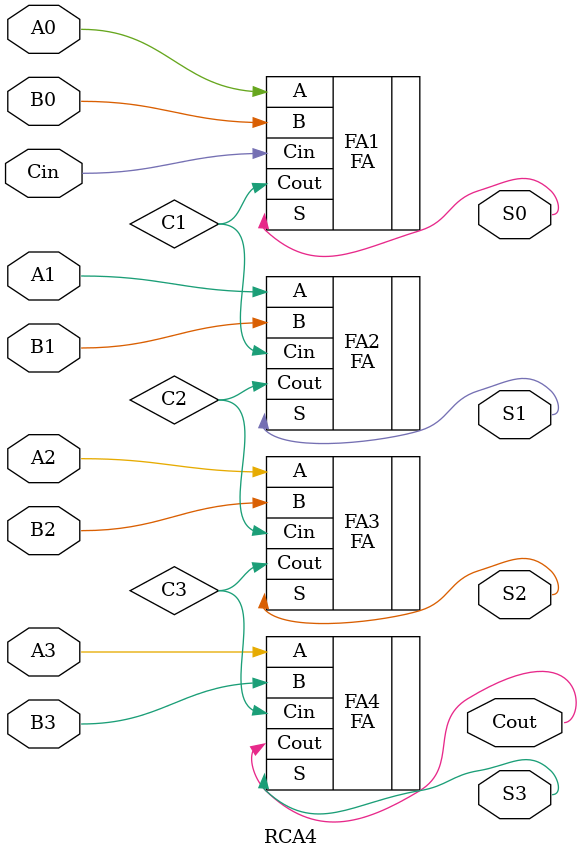
<source format=v>
`timescale 1ns / 1ps
module RCA4(A3,A2,A1,A0,B3,B2,B1,B0,Cin,S3,S2,S1,S0,Cout
    );
input A3,A2,A1,A0,B3,B2,B1,B0,Cin;
output S3,S2,S1,S0,Cout;
wire C1,C2,C3;

FA FA1 (
    .A(A0), 
    .B(B0), 
    .Cin(Cin), 
    .S(S0), 
    .Cout(C1)
    );
FA FA2 (
    .A(A1), 
    .B(B1), 
    .Cin(C1), 
    .S(S1), 
    .Cout(C2)
    );
FA FA3 (
    .A(A2), 
    .B(B2), 
    .Cin(C2), 
    .S(S2), 
    .Cout(C3)
    );
FA FA4 (
    .A(A3), 
    .B(B3), 
    .Cin(C3), 
    .S(S3), 
    .Cout(Cout)
    );
endmodule

</source>
